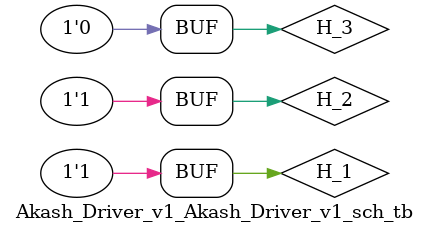
<source format=v>

`timescale 1ns / 1ps

module Akash_Driver_v1_Akash_Driver_v1_sch_tb();

// Inputs
   reg H_1;
   reg H_2;
   reg H_3;

// Output
   wire A;
   wire C;
   wire B;
   wire Ad;
   wire Bd;
   wire Cd;

// Bidirs

// Instantiate the UUT
   Akash_Driver_v1 UUT (
		.H_1(H_1), 
		.H_2(H_2), 
		.H_3(H_3), 
		.A(A), 
		.C(C), 
		.B(B), 
		.Ad(Ad), 
		.Bd(Bd), 
		.Cd(Cd)
   );
// Initialize Inputs
       initial begin
		H_1 = 0;
		H_2 = 0;
		H_3 = 0;
   end
	always begin
	H_1=1;
	#200;
	H_1=0;
	#300;
	H_1=1;
	#100;	
	end
	always begin
	H_2=0;
	#300;
	H_2=1;
	#300;
	end
	always begin
	H_3=0;
	#100;
	H_3=1;
	#300;
	H_3=0;
	#200;
	end
endmodule

</source>
